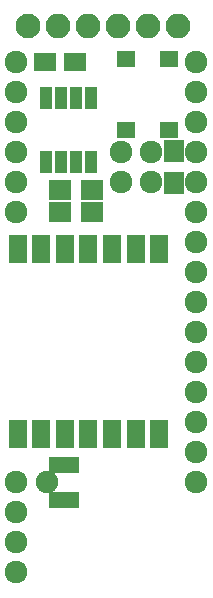
<source format=gts>
G04 #@! TF.FileFunction,Soldermask,Top*
%FSLAX46Y46*%
G04 Gerber Fmt 4.6, Leading zero omitted, Abs format (unit mm)*
G04 Created by KiCad (PCBNEW 4.0.5) date Sunday, 19 February 2017 'PMt' 17:56:42*
%MOMM*%
%LPD*%
G01*
G04 APERTURE LIST*
%ADD10C,0.200000*%
%ADD11R,1.000000X1.950000*%
%ADD12R,1.900000X1.650000*%
%ADD13R,1.700000X1.900000*%
%ADD14C,2.100000*%
%ADD15O,2.100000X2.100000*%
%ADD16R,1.600000X1.400000*%
%ADD17R,1.900000X1.700000*%
%ADD18C,1.924000*%
%ADD19R,1.650000X2.400000*%
%ADD20C,1.900000*%
%ADD21R,2.600000X1.400000*%
G04 APERTURE END LIST*
D10*
D11*
X147320000Y-86835000D03*
X146050000Y-86835000D03*
X144780000Y-86835000D03*
X143510000Y-86835000D03*
X143510000Y-92235000D03*
X144780000Y-92235000D03*
X146050000Y-92235000D03*
X147320000Y-92235000D03*
D12*
X145903000Y-83820000D03*
X143403000Y-83820000D03*
D13*
X154305000Y-94060000D03*
X154305000Y-91360000D03*
D14*
X141986000Y-80772000D03*
D15*
X144526000Y-80772000D03*
X147066000Y-80772000D03*
X149606000Y-80772000D03*
X152146000Y-80772000D03*
X154686000Y-80772000D03*
D16*
X153924000Y-83535000D03*
X150224000Y-83535000D03*
X150224000Y-89535000D03*
X153924000Y-89535000D03*
D17*
X144700000Y-94615000D03*
X147400000Y-94615000D03*
X144700000Y-96520000D03*
X147400000Y-96520000D03*
D18*
X140970000Y-83820000D03*
X140970000Y-86360000D03*
X140970000Y-93980000D03*
X140970000Y-96520000D03*
X156210000Y-109220000D03*
X156210000Y-106680000D03*
X156210000Y-104140000D03*
X156210000Y-101600000D03*
X156210000Y-88900000D03*
X156210000Y-86360000D03*
X156210000Y-83820000D03*
X152400000Y-93980000D03*
X149860000Y-93980000D03*
X140970000Y-124460000D03*
X140970000Y-121920000D03*
X156210000Y-99060000D03*
X156210000Y-96520000D03*
X156210000Y-111760000D03*
X140970000Y-127000000D03*
X140970000Y-88900000D03*
X149860000Y-91440000D03*
X152400000Y-91440000D03*
X140970000Y-91440000D03*
X156210000Y-91440000D03*
X156210000Y-93980000D03*
X156210000Y-114300000D03*
X140970000Y-119380000D03*
X156210000Y-116840000D03*
X156210000Y-119380000D03*
D19*
X141066000Y-115242000D03*
X143066000Y-115242000D03*
X145066000Y-115242000D03*
X147066000Y-115242000D03*
X149066000Y-115242000D03*
X151066000Y-115242000D03*
X153066000Y-115242000D03*
X149066000Y-99642000D03*
X153066000Y-99642000D03*
X145066000Y-99642000D03*
X143066000Y-99642000D03*
X147066000Y-99642000D03*
X141066000Y-99642000D03*
X151066000Y-99642000D03*
D20*
X143534000Y-119380000D03*
D21*
X145034000Y-117880000D03*
X145034000Y-120880000D03*
M02*

</source>
